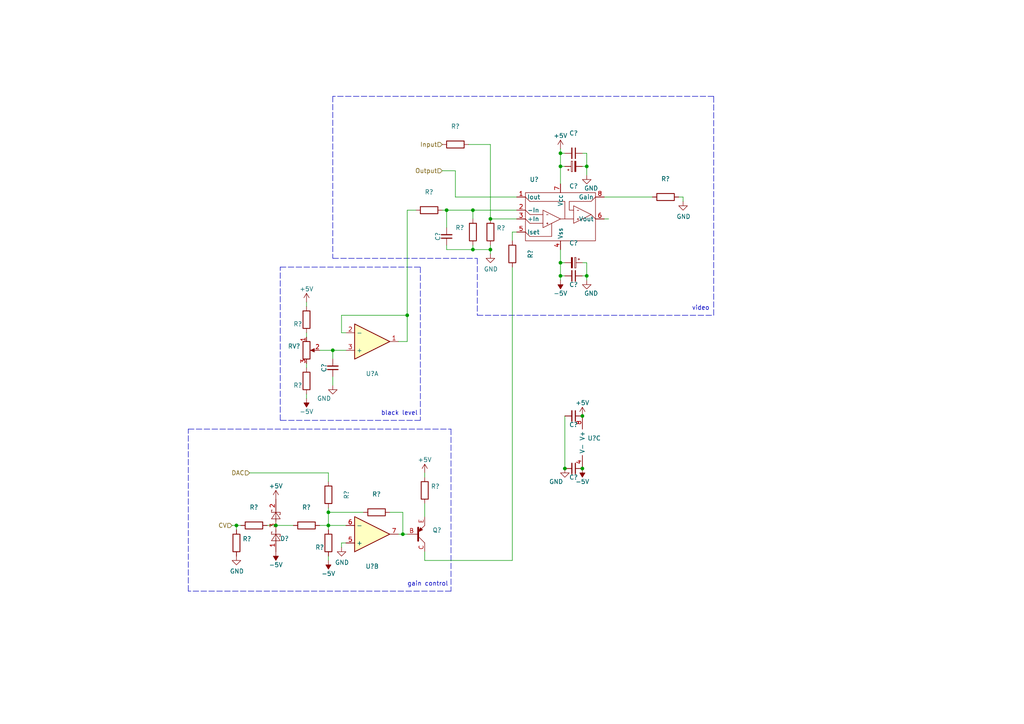
<source format=kicad_sch>
(kicad_sch (version 20211123) (generator eeschema)
  (paper "A4")
  (lib_symbols
    (symbol "synkie_symbols:+5V" (power) (pin_names (offset 0))
      (property "Value" "+5V" (at 0 3.556 0))
      (symbol "+5V_0_1"
        (polyline (pts (xy -0.762 1.27) (xy 0 2.54)))
        (polyline (pts (xy 0 0) (xy 0 2.54)))
        (polyline (pts (xy 0 2.54) (xy 0.762 1.27)))
      )
      (symbol "+5V_1_1"
        (pin power_in line (at 0 0 90) (length 0) hide (name "+5V") (number "1"))
      )
    )
    (symbol "synkie_symbols:-5V" (power) (pin_names (offset 0))
      (property "Value" "-5V" (at 0 3.81 0))
      (symbol "-5V_0_0"
        (pin power_in line (at 0 0 90) (length 0) hide (name "-5V") (number "1"))
      )
      (symbol "-5V_0_1"
        (polyline (pts (xy 0 0) (xy 0 1.27) (xy 0.762 1.27) (xy 0 2.54) (xy -0.762 1.27) (xy 0 1.27)) (fill (type outline)))
      )
    )
    (symbol "synkie_symbols:BAT54S" (pin_names (offset 1.016))
      (property "Reference" "D" (at 0.635 -3.81 0))
      (property "Value" "BAT54S" (at -6.35 3.175 0))
      (symbol "BAT54S_0_1"
        (polyline (pts (xy -3.81 0) (xy -1.27 0)))
        (polyline (pts (xy -3.175 -1.27) (xy -3.175 -1.016)))
        (polyline (pts (xy -2.54 -1.27) (xy -3.175 -1.27)))
        (polyline (pts (xy -2.54 -1.27) (xy -2.54 1.27)))
        (polyline (pts (xy -2.54 1.27) (xy -1.905 1.27)))
        (polyline (pts (xy -1.905 0) (xy 1.905 0)))
        (polyline (pts (xy -1.905 1.27) (xy -1.905 1.016)))
        (polyline (pts (xy 1.27 0) (xy 3.81 0)))
        (polyline (pts (xy 3.175 -1.27) (xy 3.175 -1.016)))
        (polyline (pts (xy 3.81 -1.27) (xy 3.175 -1.27)))
        (polyline (pts (xy 3.81 -1.27) (xy 3.81 1.27)))
        (polyline (pts (xy 3.81 1.27) (xy 4.445 1.27)))
        (polyline (pts (xy 4.445 1.27) (xy 4.445 1.016)))
        (polyline (pts (xy -4.445 1.27) (xy -4.445 -1.27) (xy -2.54 0) (xy -4.445 1.27)))
        (polyline (pts (xy 1.905 1.27) (xy 1.905 -1.27) (xy 3.81 0) (xy 1.905 1.27)))
      )
      (symbol "BAT54S_1_1"
        (pin passive line (at -7.62 0 0) (length 3.81) (name "~") (number "1"))
        (pin passive line (at 7.62 0 180) (length 3.81) (name "~") (number "2"))
        (pin passive line (at 0 0 0) (length 0) (name "~") (number "3"))
      )
    )
    (symbol "synkie_symbols:CP_Small" (pin_numbers hide) (pin_names (offset 0.254) hide)
      (property "Reference" "C" (at 0.254 1.778 0))
      (property "Value" "CP_Small" (at 0.254 -2.032 0))
      (symbol "CP_Small_0_1"
        (rectangle (start -1.524 -0.3048) (end 1.524 -0.6858) (fill (type outline)))
        (rectangle (start -1.524 0.6858) (end 1.524 0.3048))
        (polyline (pts (xy -1.27 1.524) (xy -0.762 1.524)))
        (polyline (pts (xy -1.016 1.27) (xy -1.016 1.778)))
      )
      (symbol "CP_Small_1_1"
        (pin passive line (at 0 2.54 270) (length 1.8542) (name "~") (number "1"))
        (pin passive line (at 0 -2.54 90) (length 1.8542) (name "~") (number "2"))
      )
    )
    (symbol "synkie_symbols:C_Small" (pin_numbers hide) (pin_names (offset 0.254) hide)
      (property "Reference" "C" (at 0.254 1.778 0))
      (property "Value" "C_Small" (at 0.254 -2.032 0))
      (symbol "C_Small_0_1"
        (polyline (pts (xy -1.524 -0.508) (xy 1.524 -0.508)) (stroke (width 0.3302)))
        (polyline (pts (xy -1.524 0.508) (xy 1.524 0.508)) (stroke (width 0.3048)))
      )
      (symbol "C_Small_1_1"
        (pin passive line (at 0 2.54 270) (length 2.032) (name "~") (number "1"))
        (pin passive line (at 0 -2.54 90) (length 2.032) (name "~") (number "2"))
      )
    )
    (symbol "synkie_symbols:GND" (power) (pin_names (offset 0))
      (property "Value" "GND" (at 0 -3.81 0))
      (symbol "GND_0_1"
        (polyline (pts (xy 0 0) (xy 0 -1.27) (xy 1.27 -1.27) (xy 0 -2.54) (xy -1.27 -1.27) (xy 0 -1.27)))
      )
      (symbol "GND_1_1"
        (pin power_in line (at 0 0 270) (length 0) hide (name "GND") (number "1"))
      )
    )
    (symbol "synkie_symbols:LMH6643"
      (property "Reference" "U" (at 0 5.08 0))
      (property "Value" "LMH6643" (at 0 -5.08 0))
      (symbol "LMH6643_1_1"
        (polyline (pts (xy -5.08 5.08) (xy 5.08 0) (xy -5.08 -5.08) (xy -5.08 5.08)) (stroke (width 0.254)) (fill (type background)))
        (pin output line (at 7.62 0 180) (length 2.54) (name "~") (number "1"))
        (pin input line (at -7.62 -2.54 0) (length 2.54) (name "-") (number "2"))
        (pin input line (at -7.62 2.54 0) (length 2.54) (name "+") (number "3"))
      )
      (symbol "LMH6643_2_1"
        (polyline (pts (xy -5.08 5.08) (xy 5.08 0) (xy -5.08 -5.08) (xy -5.08 5.08)) (stroke (width 0.254)) (fill (type background)))
        (pin input line (at -7.62 2.54 0) (length 2.54) (name "+") (number "5"))
        (pin input line (at -7.62 -2.54 0) (length 2.54) (name "-") (number "6"))
        (pin output line (at 7.62 0 180) (length 2.54) (name "~") (number "7"))
      )
      (symbol "LMH6643_3_1"
        (pin power_in line (at -2.54 -7.62 90) (length 3.81) (name "V-") (number "4"))
        (pin power_in line (at -2.54 7.62 270) (length 3.81) (name "V+") (number "8"))
      )
    )
    (symbol "synkie_symbols:LT1228"
      (property "Reference" "U" (at -8.89 8.89 0))
      (property "Value" "LT1228" (at -6.35 -7.62 0))
      (symbol "LT1228_0_0"
        (rectangle (start -10.16 7.62) (end 10.16 -6.35))
        (text "+" (at -3.81 -1.27 0) (effects (font (size 0.635 0.635))))
        (text "+" (at 5.08 0 0) (effects (font (size 0.635 0.635))))
        (text "-" (at -3.81 1.27 0) (effects (font (size 0.635 0.635))))
        (text "-" (at 5.08 2.54 0) (effects (font (size 0.635 0.635))))
      )
      (symbol "LT1228_0_1"
        (polyline (pts (xy 8.89 1.27) (xy 10.16 0)))
        (polyline (pts (xy -10.16 0) (xy -8.89 -1.27) (xy -5.08 -1.27)))
        (polyline (pts (xy -10.16 2.54) (xy -8.89 1.27) (xy -5.08 1.27)))
        (polyline (pts (xy -10.16 -3.81) (xy -8.89 -5.08) (xy -2.54 -5.08) (xy -2.54 -1.27)))
        (polyline (pts (xy -5.08 2.54) (xy -5.08 -2.54) (xy 0 0) (xy -5.08 2.54)))
        (polyline (pts (xy 3.81 3.81) (xy 3.81 -1.27) (xy 8.89 1.27) (xy 3.81 3.81)))
        (polyline (pts (xy 10.16 6.35) (xy 8.89 5.08) (xy 2.54 5.08) (xy 2.54 2.54) (xy 3.81 2.54)))
        (polyline (pts (xy 3.81 0) (xy 0 0) (xy 1.27 0) (xy 1.27 5.08) (xy -8.89 5.08) (xy -10.16 6.35)))
      )
      (symbol "LT1228_1_1"
        (pin passive line (at -12.7 6.35 0) (length 2.54) (name "Iout") (number "1"))
        (pin input line (at -12.7 2.54 0) (length 2.54) (name "-In") (number "2"))
        (pin input line (at -12.7 0 0) (length 2.54) (name "+In") (number "3"))
        (pin power_in line (at 0 -8.89 90) (length 2.54) (name "Vss") (number "4"))
        (pin input line (at -12.7 -3.81 0) (length 2.54) (name "Iset") (number "5"))
        (pin output line (at 12.7 0 180) (length 2.54) (name "Vout") (number "6"))
        (pin power_in line (at 0 10.16 270) (length 2.54) (name "Vcc") (number "7"))
        (pin input line (at 12.7 6.35 180) (length 2.54) (name "Gain") (number "8"))
      )
    )
    (symbol "synkie_symbols:R" (pin_numbers hide) (pin_names (offset 0))
      (property "Reference" "R" (at 2.032 0 90))
      (property "Value" "R" (at 0 0 90))
      (symbol "R_0_1"
        (rectangle (start -1.016 -2.54) (end 1.016 2.54) (stroke (width 0.254)))
      )
      (symbol "R_1_1"
        (pin passive line (at 0 3.81 270) (length 1.27) (name "~") (number "1"))
        (pin passive line (at 0 -3.81 90) (length 1.27) (name "~") (number "2"))
      )
    )
    (symbol "synkie_symbols:R_POT" (pin_names (offset 1.016) hide)
      (property "Reference" "RV" (at -4.445 0 90))
      (property "Value" "R_POT" (at -2.54 0 90))
      (symbol "R_POT_0_1"
        (polyline (pts (xy 2.54 0) (xy 1.524 0)))
        (polyline (pts (xy 1.143 0) (xy 2.286 0.508) (xy 2.286 -0.508) (xy 1.143 0)) (fill (type outline)))
        (rectangle (start 1.016 2.54) (end -1.016 -2.54) (stroke (width 0.254)))
      )
      (symbol "R_POT_1_1"
        (pin passive line (at 0 3.81 270) (length 1.27) (name "1") (number "1"))
        (pin passive line (at 3.81 0 180) (length 1.27) (name "2") (number "2"))
        (pin passive line (at 0 -3.81 90) (length 1.27) (name "3") (number "3"))
      )
    )
    (symbol "synkie_symbols:Trans_PNP_Generic" (pin_names (offset 0) hide)
      (property "Reference" "Q" (at 2.54 1.27 0))
      (property "Value" "Trans_PNP_Generic" (at 10.16 -1.27 0))
      (symbol "Trans_PNP_Generic_1_1"
        (polyline (pts (xy -1.27 0) (xy -0.635 0)))
        (polyline (pts (xy -0.635 -1.905) (xy -0.635 1.905)) (stroke (width 0.508)))
        (polyline (pts (xy -0.635 -0.635) (xy 1.27 -2.54)))
        (polyline (pts (xy 1.27 2.54) (xy -0.635 0.635)))
        (polyline (pts (xy 0.635 1.27) (xy 0 1.905) (xy -0.635 0.635) (xy 0.635 1.27)) (fill (type outline)))
        (pin input line (at -3.81 0 0) (length 2.54) (name "B") (number "B"))
        (pin passive line (at 1.27 -5.08 90) (length 2.54) (name "C") (number "C"))
        (pin passive line (at 1.27 5.08 270) (length 2.54) (name "E") (number "E"))
      )
    )
  )
  (junction (at 95.25 148.59))
  (junction (at 68.58 152.4))
  (junction (at 96.52 101.6))
  (junction (at 137.16 60.96))
  (junction (at 162.56 48.26))
  (junction (at 162.56 76.2))
  (junction (at 170.18 80.01))
  (junction (at 129.54 60.96))
  (junction (at 162.56 80.01))
  (junction (at 118.11 91.44))
  (junction (at 163.83 135.89))
  (junction (at 162.56 44.45))
  (junction (at 80.01 152.4))
  (junction (at 137.16 72.39))
  (junction (at 116.84 154.94))
  (junction (at 168.91 120.65))
  (junction (at 142.24 72.39))
  (junction (at 168.91 135.89))
  (junction (at 95.25 152.4))
  (junction (at 170.18 48.26))
  (junction (at 142.24 63.5))
  (wire (pts (xy 118.11 91.44) (xy 118.11 99.06)))
  (wire (pts (xy 68.58 153.67) (xy 68.58 152.4)))
  (wire (pts (xy 163.83 44.45) (xy 162.56 44.45)))
  (polyline (pts (xy 121.92 121.92) (xy 81.28 121.92)))
  (wire (pts (xy 118.11 60.96) (xy 118.11 91.44)))
  (wire (pts (xy 92.71 152.4) (xy 95.25 152.4)))
  (wire (pts (xy 132.08 57.15) (xy 149.86 57.15)))
  (wire (pts (xy 96.52 101.6) (xy 100.33 101.6)))
  (polyline (pts (xy 54.61 124.46) (xy 130.81 124.46)))
  (wire (pts (xy 142.24 72.39) (xy 142.24 73.66)))
  (wire (pts (xy 148.59 162.56) (xy 148.59 77.47)))
  (polyline (pts (xy 138.43 91.44) (xy 207.01 91.44)))
  (wire (pts (xy 68.58 152.4) (xy 69.85 152.4)))
  (wire (pts (xy 129.54 71.12) (xy 129.54 72.39)))
  (wire (pts (xy 128.27 60.96) (xy 129.54 60.96)))
  (wire (pts (xy 162.56 72.39) (xy 162.56 76.2)))
  (polyline (pts (xy 121.92 77.47) (xy 121.92 121.92)))
  (polyline (pts (xy 207.01 91.44) (xy 207.01 27.94)))
  (wire (pts (xy 85.09 152.4) (xy 80.01 152.4)))
  (wire (pts (xy 148.59 69.85) (xy 148.59 67.31)))
  (wire (pts (xy 95.25 137.16) (xy 95.25 139.7)))
  (wire (pts (xy 168.91 76.2) (xy 170.18 76.2)))
  (wire (pts (xy 142.24 71.12) (xy 142.24 72.39)))
  (wire (pts (xy 123.19 162.56) (xy 148.59 162.56)))
  (wire (pts (xy 123.19 146.05) (xy 123.19 149.86)))
  (wire (pts (xy 163.83 48.26) (xy 162.56 48.26)))
  (wire (pts (xy 88.9 114.3) (xy 88.9 115.57)))
  (wire (pts (xy 115.57 99.06) (xy 118.11 99.06)))
  (wire (pts (xy 99.06 157.48) (xy 100.33 157.48)))
  (wire (pts (xy 142.24 63.5) (xy 149.86 63.5)))
  (wire (pts (xy 129.54 72.39) (xy 137.16 72.39)))
  (wire (pts (xy 163.83 120.65) (xy 163.83 135.89)))
  (wire (pts (xy 162.56 44.45) (xy 162.56 48.26)))
  (wire (pts (xy 99.06 96.52) (xy 99.06 91.44)))
  (wire (pts (xy 170.18 48.26) (xy 170.18 50.8)))
  (wire (pts (xy 72.39 137.16) (xy 95.25 137.16)))
  (wire (pts (xy 148.59 67.31) (xy 149.86 67.31)))
  (wire (pts (xy 132.08 57.15) (xy 132.08 49.53)))
  (wire (pts (xy 198.12 57.15) (xy 198.12 58.42)))
  (wire (pts (xy 163.83 76.2) (xy 162.56 76.2)))
  (wire (pts (xy 170.18 76.2) (xy 170.18 80.01)))
  (wire (pts (xy 196.85 57.15) (xy 198.12 57.15)))
  (wire (pts (xy 96.52 104.14) (xy 96.52 101.6)))
  (polyline (pts (xy 54.61 171.45) (xy 54.61 124.46)))
  (polyline (pts (xy 130.81 124.46) (xy 130.81 171.45)))
  (polyline (pts (xy 81.28 121.92) (xy 81.28 77.47)))
  (wire (pts (xy 116.84 148.59) (xy 116.84 154.94)))
  (wire (pts (xy 88.9 87.63) (xy 88.9 88.9)))
  (wire (pts (xy 149.86 60.96) (xy 137.16 60.96)))
  (wire (pts (xy 67.31 152.4) (xy 68.58 152.4)))
  (wire (pts (xy 115.57 154.94) (xy 116.84 154.94)))
  (wire (pts (xy 135.89 41.91) (xy 142.24 41.91)))
  (wire (pts (xy 99.06 91.44) (xy 118.11 91.44)))
  (wire (pts (xy 137.16 60.96) (xy 137.16 63.5)))
  (wire (pts (xy 95.25 152.4) (xy 95.25 148.59)))
  (wire (pts (xy 142.24 41.91) (xy 142.24 63.5)))
  (polyline (pts (xy 96.52 74.93) (xy 138.43 74.93)))
  (wire (pts (xy 118.11 60.96) (xy 120.65 60.96)))
  (wire (pts (xy 162.56 80.01) (xy 162.56 81.28)))
  (wire (pts (xy 100.33 96.52) (xy 99.06 96.52)))
  (wire (pts (xy 123.19 160.02) (xy 123.19 162.56)))
  (wire (pts (xy 95.25 153.67) (xy 95.25 152.4)))
  (polyline (pts (xy 130.81 171.45) (xy 54.61 171.45)))
  (wire (pts (xy 88.9 96.52) (xy 88.9 97.79)))
  (wire (pts (xy 162.56 43.18) (xy 162.56 44.45)))
  (polyline (pts (xy 81.28 77.47) (xy 121.92 77.47)))
  (wire (pts (xy 100.33 152.4) (xy 95.25 152.4)))
  (wire (pts (xy 168.91 48.26) (xy 170.18 48.26)))
  (wire (pts (xy 170.18 44.45) (xy 170.18 48.26)))
  (wire (pts (xy 105.41 148.59) (xy 95.25 148.59)))
  (wire (pts (xy 137.16 71.12) (xy 137.16 72.39)))
  (wire (pts (xy 175.26 57.15) (xy 189.23 57.15)))
  (wire (pts (xy 113.03 148.59) (xy 116.84 148.59)))
  (polyline (pts (xy 207.01 27.94) (xy 96.52 27.94)))
  (wire (pts (xy 123.19 137.16) (xy 123.19 138.43)))
  (wire (pts (xy 116.84 154.94) (xy 118.11 154.94)))
  (wire (pts (xy 175.26 63.5) (xy 176.53 63.5)))
  (wire (pts (xy 170.18 80.01) (xy 170.18 81.28)))
  (polyline (pts (xy 138.43 74.93) (xy 138.43 91.44)))
  (polyline (pts (xy 96.52 27.94) (xy 96.52 74.93)))
  (wire (pts (xy 163.83 80.01) (xy 162.56 80.01)))
  (wire (pts (xy 99.06 158.75) (xy 99.06 157.48)))
  (wire (pts (xy 77.47 152.4) (xy 80.01 152.4)))
  (wire (pts (xy 95.25 147.32) (xy 95.25 148.59)))
  (wire (pts (xy 88.9 106.68) (xy 88.9 105.41)))
  (wire (pts (xy 162.56 48.26) (xy 162.56 53.34)))
  (wire (pts (xy 162.56 76.2) (xy 162.56 80.01)))
  (wire (pts (xy 129.54 66.04) (xy 129.54 60.96)))
  (wire (pts (xy 92.71 101.6) (xy 96.52 101.6)))
  (wire (pts (xy 137.16 72.39) (xy 142.24 72.39)))
  (wire (pts (xy 132.08 49.53) (xy 128.27 49.53)))
  (wire (pts (xy 129.54 60.96) (xy 137.16 60.96)))
  (wire (pts (xy 95.25 161.29) (xy 95.25 162.56)))
  (wire (pts (xy 168.91 44.45) (xy 170.18 44.45)))
  (wire (pts (xy 96.52 109.22) (xy 96.52 111.76)))
  (wire (pts (xy 168.91 80.01) (xy 170.18 80.01)))
  (text "video" (at 200.66 90.17 0) (effects (font (size 1.27 1.27)) (justify left bottom)))
  (text "gain control" (at 118.11 170.18 0) (effects (font (size 1.27 1.27)) (justify left bottom)))
  (text "black level" (at 110.49 120.65 0) (effects (font (size 1.27 1.27)) (justify left bottom)))
  (hierarchical_label "DAC" (shape input) (at 72.39 137.16 180))
  (hierarchical_label "Input" (shape input) (at 128.27 41.91 180))
  (hierarchical_label "CV" (shape input) (at 67.31 152.4 180))
  (hierarchical_label "Output" (shape input) (at 128.27 49.53 180))
  (symbol (lib_id "synkie_symbols:Trans_PNP_Generic") (at 121.92 154.94 0) (unit 1)
    (property "Reference" "Q?" (at 125.4252 153.7716 0) (effects (justify left)))
  )
  (symbol (lib_id "synkie_symbols:LMH6643") (at 107.95 99.06 0) (mirror x) (unit 1)
    (property "Reference" "U?" (at 107.95 108.3818 0))
  )
  (symbol (lib_id "synkie_symbols:LMH6643") (at 171.45 128.27 0) (unit 3)
    (property "Reference" "U?" (at 170.3832 127.1016 0) (effects (justify left)))
  )
  (symbol (lib_id "synkie_symbols:R") (at 73.66 152.4 270) (unit 1)
    (property "Reference" "R?" (at 73.66 147.1422 90))
  )
  (symbol (lib_id "synkie_symbols:R") (at 68.58 157.48 180) (unit 1)
    (property "Reference" "R?" (at 70.358 156.3116 0) (effects (justify right)))
  )
  (symbol (lib_id "synkie_symbols:GND") (at 68.58 161.29 0) (unit 1)
    (property "Reference" "#PWR?" (effects hide))
  )
  (symbol (lib_id "synkie_symbols:R") (at 88.9 152.4 270) (unit 1)
    (property "Reference" "R?" (at 88.9 147.1422 90))
  )
  (symbol (lib_id "synkie_symbols:BAT54S") (at 80.01 152.4 90) (unit 1)
    (property "Reference" "D?" (at 83.82 156.21 90) (effects (justify left)))
    (property "Datasheet" "https://www.diodes.com/assets/Datasheets/ds11005.pdf" (effects hide))
  )
  (symbol (lib_id "synkie_symbols:+5V") (at 80.01 144.78 0) (unit 1)
    (property "Reference" "#PWR?" (effects hide))
  )
  (symbol (lib_id "synkie_symbols:-5V") (at 80.01 160.02 180) (unit 1)
    (property "Reference" "#PWR?" (effects hide))
  )
  (symbol (lib_id "synkie_symbols:R") (at 123.19 142.24 180) (unit 1)
    (property "Reference" "R?" (at 124.968 141.0716 0) (effects (justify right)))
  )
  (symbol (lib_id "synkie_symbols:+5V") (at 123.19 137.16 0) (unit 1)
    (property "Reference" "#PWR?" (effects hide))
  )
  (symbol (lib_id "synkie_symbols:R") (at 148.59 73.66 180) (unit 1)
    (property "Reference" "R?" (at 153.8478 73.66 90))
  )
  (symbol (lib_id "synkie_symbols:GND") (at 99.06 158.75 0) (unit 1)
    (property "Reference" "#PWR?" (effects hide))
  )
  (symbol (lib_id "synkie_symbols:R") (at 109.22 148.59 270) (unit 1)
    (property "Reference" "R?" (at 109.22 143.3322 90))
  )
  (symbol (lib_id "synkie_symbols:R") (at 95.25 143.51 180) (unit 1)
    (property "Reference" "R?" (at 100.5078 143.51 90))
  )
  (symbol (lib_id "synkie_symbols:LT1228") (at 162.56 63.5 0) (unit 1)
    (property "Reference" "U?" (at 154.94 52.07 0))
  )
  (symbol (lib_id "synkie_symbols:R") (at 137.16 67.31 180) (unit 1)
    (property "Reference" "R?" (at 132.08 66.04 0) (effects (justify right)))
  )
  (symbol (lib_id "synkie_symbols:R") (at 142.24 67.31 180) (unit 1)
    (property "Reference" "R?" (at 144.018 66.1416 0) (effects (justify right)))
  )
  (symbol (lib_id "synkie_symbols:GND") (at 142.24 73.66 0) (unit 1)
    (property "Reference" "#PWR?" (effects hide))
  )
  (symbol (lib_id "synkie_symbols:R") (at 132.08 41.91 270) (unit 1)
    (property "Reference" "R?" (at 132.08 36.6522 90))
  )
  (symbol (lib_id "synkie_symbols:R") (at 124.46 60.96 270) (unit 1)
    (property "Reference" "R?" (at 124.46 55.7022 90))
  )
  (symbol (lib_id "synkie_symbols:CP_Small") (at 166.37 76.2 270) (unit 1)
    (property "Reference" "C?" (at 166.37 70.485 90))
  )
  (symbol (lib_id "synkie_symbols:CP_Small") (at 166.37 48.26 90) (unit 1)
    (property "Reference" "C?" (at 166.37 53.975 90))
  )
  (symbol (lib_id "synkie_symbols:C_Small") (at 166.37 44.45 270) (unit 1)
    (property "Reference" "C?" (at 166.37 38.6334 90))
  )
  (symbol (lib_id "synkie_symbols:C_Small") (at 166.37 80.01 270) (unit 1)
    (property "Reference" "C?" (at 166.37 82.55 90))
  )
  (symbol (lib_id "synkie_symbols:+5V") (at 162.56 43.18 0) (unit 1)
    (property "Reference" "#PWR?" (effects hide))
  )
  (symbol (lib_id "synkie_symbols:GND") (at 170.18 50.8 0) (unit 1)
    (property "Reference" "#PWR?" (effects hide))
  )
  (symbol (lib_id "synkie_symbols:-5V") (at 162.56 81.28 180) (unit 1)
    (property "Reference" "#PWR?" (effects hide))
  )
  (symbol (lib_id "synkie_symbols:GND") (at 170.18 81.28 0) (unit 1)
    (property "Reference" "#PWR?" (effects hide))
  )
  (symbol (lib_id "synkie_symbols:GND") (at 198.12 58.42 0) (unit 1)
    (property "Reference" "#PWR?" (effects hide))
  )
  (symbol (lib_id "synkie_symbols:R") (at 193.04 57.15 90) (mirror x) (unit 1)
    (property "Reference" "R?" (at 193.04 51.8922 90))
  )
  (symbol (lib_id "synkie_symbols:-5V") (at 88.9 115.57 180) (unit 1)
    (property "Reference" "#PWR?" (effects hide))
  )
  (symbol (lib_id "synkie_symbols:+5V") (at 88.9 87.63 0) (unit 1)
    (property "Reference" "#PWR?" (effects hide))
  )
  (symbol (lib_id "synkie_symbols:R_POT") (at 88.9 101.6 0) (unit 1)
    (property "Reference" "RV?" (at 87.1474 100.4316 0) (effects (justify right)))
  )
  (symbol (lib_id "synkie_symbols:C_Small") (at 129.54 68.58 180) (unit 1)
    (property "Reference" "C?" (at 127 68.58 90))
  )
  (symbol (lib_id "synkie_symbols:C_Small") (at 96.52 106.68 180) (unit 1)
    (property "Reference" "C?" (at 93.98 106.68 90))
  )
  (symbol (lib_id "synkie_symbols:GND") (at 96.52 111.76 0) (unit 1)
    (property "Reference" "#PWR?" (effects hide))
  )
  (symbol (lib_id "synkie_symbols:-5V") (at 95.25 162.56 180) (unit 1)
    (property "Reference" "#PWR?" (effects hide))
  )
  (symbol (lib_id "synkie_symbols:R") (at 95.25 157.48 180) (unit 1)
    (property "Reference" "R?" (at 91.44 158.75 0) (effects (justify right)))
  )
  (symbol (lib_id "synkie_symbols:R") (at 88.9 92.71 180) (unit 1)
    (property "Reference" "R?" (at 85.09 93.98 0) (effects (justify right)))
  )
  (symbol (lib_id "synkie_symbols:R") (at 88.9 110.49 180) (unit 1)
    (property "Reference" "R?" (at 85.09 111.76 0) (effects (justify right)))
  )
  (symbol (lib_id "synkie_symbols:LMH6643") (at 107.95 154.94 0) (mirror x) (unit 2)
    (property "Reference" "U?" (at 107.95 164.2618 0))
  )
  (symbol (lib_id "synkie_symbols:-5V") (at 168.91 135.89 180) (unit 1)
    (property "Reference" "#PWR?" (effects hide))
  )
  (symbol (lib_id "synkie_symbols:+5V") (at 168.91 120.65 0) (unit 1)
    (property "Reference" "#PWR?" (effects hide))
  )
  (symbol (lib_id "synkie_symbols:C_Small") (at 166.37 135.89 270) (unit 1)
    (property "Reference" "C?" (at 166.37 138.43 90))
  )
  (symbol (lib_id "synkie_symbols:C_Small") (at 166.37 120.65 270) (unit 1)
    (property "Reference" "C?" (at 166.37 123.19 90))
  )
  (symbol (lib_id "synkie_symbols:GND") (at 163.83 135.89 0) (unit 1)
    (property "Reference" "#PWR?" (effects hide))
  )
)
</source>
